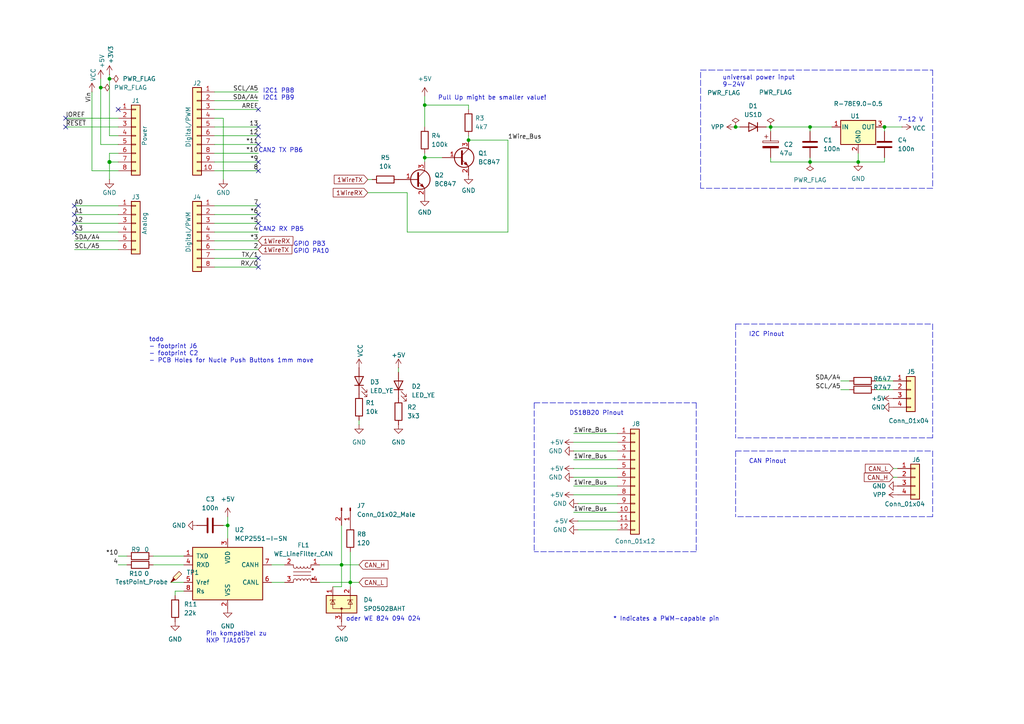
<source format=kicad_sch>
(kicad_sch (version 20231120) (generator "eeschema") (generator_version "8.0")
  (paper "A4")
  (title_block (title "DS18B20 Arduino Shield with CAN") (date "2024-01-15") (rev "v.0.1"))
  (lib_symbols
    (symbol "Connector:Conn_01x02_Male" (pin_names (offset 1.016) hide)
      (property "Reference" "J" (at 0 2.54 0))
      (property "Value" "Conn_01x02_Male" (at 0 -5.08 0))
      (symbol "Conn_01x02_Male_1_1"
        (polyline (pts (xy 1.27 -2.54) (xy 0.8636 -2.54)) (stroke (width 0.1524)))
        (polyline (pts (xy 1.27 0) (xy 0.8636 0)) (stroke (width 0.1524)))
        (rectangle (start 0.8636 -2.413) (end 0 -2.667) (stroke (width 0.1524)) (fill (type outline)))
        (rectangle (start 0.8636 0.127) (end 0 -0.127) (stroke (width 0.1524)) (fill (type outline)))
        (pin passive line (at 5.08 0 180) (length 3.81) (name "Pin_1") (number "1"))
        (pin passive line (at 5.08 -2.54 180) (length 3.81) (name "Pin_2") (number "2"))
      )
    )
    (symbol "Connector:TestPoint_Probe" (pin_numbers hide) (pin_names (offset 0.762) hide)
      (property "Reference" "TP" (at 1.651 5.842 0))
      (property "Value" "TestPoint_Probe" (at 1.651 4.064 0))
      (symbol "TestPoint_Probe_0_1"
        (polyline (pts (xy 1.27 0.762) (xy 0 0) (xy 0.762 1.27) (xy 1.27 0.762)) (fill (type outline)))
        (polyline (pts (xy 1.397 0.635) (xy 0.635 1.397) (xy 2.413 3.175) (xy 3.175 2.413) (xy 1.397 0.635)) (fill (type background)))
      )
      (symbol "TestPoint_Probe_1_1"
        (pin passive line (at 0 0 90) (length 0) (name "1") (number "1"))
      )
    )
    (symbol "Connector_Generic:Conn_01x04" (pin_names (offset 1.016) hide)
      (property "Reference" "J" (at 0 5.08 0))
      (property "Value" "Conn_01x04" (at 0 -7.62 0))
      (symbol "Conn_01x04_1_1"
        (rectangle (start -1.27 -4.953) (end 0 -5.207) (stroke (width 0.1524)))
        (rectangle (start -1.27 -2.413) (end 0 -2.667) (stroke (width 0.1524)))
        (rectangle (start -1.27 0.127) (end 0 -0.127) (stroke (width 0.1524)))
        (rectangle (start -1.27 2.667) (end 0 2.413) (stroke (width 0.1524)))
        (rectangle (start -1.27 3.81) (end 1.27 -6.35) (stroke (width 0.254)) (fill (type background)))
        (pin passive line (at -5.08 2.54 0) (length 3.81) (name "Pin_1") (number "1"))
        (pin passive line (at -5.08 0 0) (length 3.81) (name "Pin_2") (number "2"))
        (pin passive line (at -5.08 -2.54 0) (length 3.81) (name "Pin_3") (number "3"))
        (pin passive line (at -5.08 -5.08 0) (length 3.81) (name "Pin_4") (number "4"))
      )
    )
    (symbol "Connector_Generic:Conn_01x06" (pin_names (offset 1.016) hide)
      (property "Reference" "J" (at 0 7.62 0))
      (property "Value" "Conn_01x06" (at 0 -10.16 0))
      (symbol "Conn_01x06_1_1"
        (rectangle (start -1.27 -7.493) (end 0 -7.747) (stroke (width 0.1524)))
        (rectangle (start -1.27 -4.953) (end 0 -5.207) (stroke (width 0.1524)))
        (rectangle (start -1.27 -2.413) (end 0 -2.667) (stroke (width 0.1524)))
        (rectangle (start -1.27 0.127) (end 0 -0.127) (stroke (width 0.1524)))
        (rectangle (start -1.27 2.667) (end 0 2.413) (stroke (width 0.1524)))
        (rectangle (start -1.27 5.207) (end 0 4.953) (stroke (width 0.1524)))
        (rectangle (start -1.27 6.35) (end 1.27 -8.89) (stroke (width 0.254)) (fill (type background)))
        (pin passive line (at -5.08 5.08 0) (length 3.81) (name "Pin_1") (number "1"))
        (pin passive line (at -5.08 2.54 0) (length 3.81) (name "Pin_2") (number "2"))
        (pin passive line (at -5.08 0 0) (length 3.81) (name "Pin_3") (number "3"))
        (pin passive line (at -5.08 -2.54 0) (length 3.81) (name "Pin_4") (number "4"))
        (pin passive line (at -5.08 -5.08 0) (length 3.81) (name "Pin_5") (number "5"))
        (pin passive line (at -5.08 -7.62 0) (length 3.81) (name "Pin_6") (number "6"))
      )
    )
    (symbol "Connector_Generic:Conn_01x08" (pin_names (offset 1.016) hide)
      (property "Reference" "J" (at 0 10.16 0))
      (property "Value" "Conn_01x08" (at 0 -12.7 0))
      (symbol "Conn_01x08_1_1"
        (rectangle (start -1.27 -10.033) (end 0 -10.287) (stroke (width 0.1524)))
        (rectangle (start -1.27 -7.493) (end 0 -7.747) (stroke (width 0.1524)))
        (rectangle (start -1.27 -4.953) (end 0 -5.207) (stroke (width 0.1524)))
        (rectangle (start -1.27 -2.413) (end 0 -2.667) (stroke (width 0.1524)))
        (rectangle (start -1.27 0.127) (end 0 -0.127) (stroke (width 0.1524)))
        (rectangle (start -1.27 2.667) (end 0 2.413) (stroke (width 0.1524)))
        (rectangle (start -1.27 5.207) (end 0 4.953) (stroke (width 0.1524)))
        (rectangle (start -1.27 7.747) (end 0 7.493) (stroke (width 0.1524)))
        (rectangle (start -1.27 8.89) (end 1.27 -11.43) (stroke (width 0.254)) (fill (type background)))
        (pin passive line (at -5.08 7.62 0) (length 3.81) (name "Pin_1") (number "1"))
        (pin passive line (at -5.08 5.08 0) (length 3.81) (name "Pin_2") (number "2"))
        (pin passive line (at -5.08 2.54 0) (length 3.81) (name "Pin_3") (number "3"))
        (pin passive line (at -5.08 0 0) (length 3.81) (name "Pin_4") (number "4"))
        (pin passive line (at -5.08 -2.54 0) (length 3.81) (name "Pin_5") (number "5"))
        (pin passive line (at -5.08 -5.08 0) (length 3.81) (name "Pin_6") (number "6"))
        (pin passive line (at -5.08 -7.62 0) (length 3.81) (name "Pin_7") (number "7"))
        (pin passive line (at -5.08 -10.16 0) (length 3.81) (name "Pin_8") (number "8"))
      )
    )
    (symbol "Connector_Generic:Conn_01x10" (pin_names (offset 1.016) hide)
      (property "Reference" "J" (at 0 12.7 0))
      (property "Value" "Conn_01x10" (at 0 -15.24 0))
      (symbol "Conn_01x10_1_1"
        (rectangle (start -1.27 -12.573) (end 0 -12.827) (stroke (width 0.1524)))
        (rectangle (start -1.27 -10.033) (end 0 -10.287) (stroke (width 0.1524)))
        (rectangle (start -1.27 -7.493) (end 0 -7.747) (stroke (width 0.1524)))
        (rectangle (start -1.27 -4.953) (end 0 -5.207) (stroke (width 0.1524)))
        (rectangle (start -1.27 -2.413) (end 0 -2.667) (stroke (width 0.1524)))
        (rectangle (start -1.27 0.127) (end 0 -0.127) (stroke (width 0.1524)))
        (rectangle (start -1.27 2.667) (end 0 2.413) (stroke (width 0.1524)))
        (rectangle (start -1.27 5.207) (end 0 4.953) (stroke (width 0.1524)))
        (rectangle (start -1.27 7.747) (end 0 7.493) (stroke (width 0.1524)))
        (rectangle (start -1.27 10.287) (end 0 10.033) (stroke (width 0.1524)))
        (rectangle (start -1.27 11.43) (end 1.27 -13.97) (stroke (width 0.254)) (fill (type background)))
        (pin passive line (at -5.08 10.16 0) (length 3.81) (name "Pin_1") (number "1"))
        (pin passive line (at -5.08 -12.7 0) (length 3.81) (name "Pin_10") (number "10"))
        (pin passive line (at -5.08 7.62 0) (length 3.81) (name "Pin_2") (number "2"))
        (pin passive line (at -5.08 5.08 0) (length 3.81) (name "Pin_3") (number "3"))
        (pin passive line (at -5.08 2.54 0) (length 3.81) (name "Pin_4") (number "4"))
        (pin passive line (at -5.08 0 0) (length 3.81) (name "Pin_5") (number "5"))
        (pin passive line (at -5.08 -2.54 0) (length 3.81) (name "Pin_6") (number "6"))
        (pin passive line (at -5.08 -5.08 0) (length 3.81) (name "Pin_7") (number "7"))
        (pin passive line (at -5.08 -7.62 0) (length 3.81) (name "Pin_8") (number "8"))
        (pin passive line (at -5.08 -10.16 0) (length 3.81) (name "Pin_9") (number "9"))
      )
    )
    (symbol "Connector_Generic:Conn_01x12" (pin_names (offset 1.016) hide)
      (property "Reference" "J" (at 0 15.24 0))
      (property "Value" "Conn_01x12" (at 0 -17.78 0))
      (symbol "Conn_01x12_1_1"
        (rectangle (start -1.27 -15.113) (end 0 -15.367) (stroke (width 0.1524)))
        (rectangle (start -1.27 -12.573) (end 0 -12.827) (stroke (width 0.1524)))
        (rectangle (start -1.27 -10.033) (end 0 -10.287) (stroke (width 0.1524)))
        (rectangle (start -1.27 -7.493) (end 0 -7.747) (stroke (width 0.1524)))
        (rectangle (start -1.27 -4.953) (end 0 -5.207) (stroke (width 0.1524)))
        (rectangle (start -1.27 -2.413) (end 0 -2.667) (stroke (width 0.1524)))
        (rectangle (start -1.27 0.127) (end 0 -0.127) (stroke (width 0.1524)))
        (rectangle (start -1.27 2.667) (end 0 2.413) (stroke (width 0.1524)))
        (rectangle (start -1.27 5.207) (end 0 4.953) (stroke (width 0.1524)))
        (rectangle (start -1.27 7.747) (end 0 7.493) (stroke (width 0.1524)))
        (rectangle (start -1.27 10.287) (end 0 10.033) (stroke (width 0.1524)))
        (rectangle (start -1.27 12.827) (end 0 12.573) (stroke (width 0.1524)))
        (rectangle (start -1.27 13.97) (end 1.27 -16.51) (stroke (width 0.254)) (fill (type background)))
        (pin passive line (at -5.08 12.7 0) (length 3.81) (name "Pin_1") (number "1"))
        (pin passive line (at -5.08 -10.16 0) (length 3.81) (name "Pin_10") (number "10"))
        (pin passive line (at -5.08 -12.7 0) (length 3.81) (name "Pin_11") (number "11"))
        (pin passive line (at -5.08 -15.24 0) (length 3.81) (name "Pin_12") (number "12"))
        (pin passive line (at -5.08 10.16 0) (length 3.81) (name "Pin_2") (number "2"))
        (pin passive line (at -5.08 7.62 0) (length 3.81) (name "Pin_3") (number "3"))
        (pin passive line (at -5.08 5.08 0) (length 3.81) (name "Pin_4") (number "4"))
        (pin passive line (at -5.08 2.54 0) (length 3.81) (name "Pin_5") (number "5"))
        (pin passive line (at -5.08 0 0) (length 3.81) (name "Pin_6") (number "6"))
        (pin passive line (at -5.08 -2.54 0) (length 3.81) (name "Pin_7") (number "7"))
        (pin passive line (at -5.08 -5.08 0) (length 3.81) (name "Pin_8") (number "8"))
        (pin passive line (at -5.08 -7.62 0) (length 3.81) (name "Pin_9") (number "9"))
      )
    )
    (symbol "Device:C" (pin_numbers hide) (pin_names (offset 0.254))
      (property "Reference" "C" (at 0.635 2.54 0))
      (property "Value" "C" (at 0.635 -2.54 0))
      (symbol "C_0_1"
        (polyline (pts (xy -2.032 -0.762) (xy 2.032 -0.762)) (stroke (width 0.508)))
        (polyline (pts (xy -2.032 0.762) (xy 2.032 0.762)) (stroke (width 0.508)))
      )
      (symbol "C_1_1"
        (pin passive line (at 0 3.81 270) (length 2.794) (name "~") (number "1"))
        (pin passive line (at 0 -3.81 90) (length 2.794) (name "~") (number "2"))
      )
    )
    (symbol "Device:C_Polarized" (pin_numbers hide) (pin_names (offset 0.254))
      (property "Reference" "C" (at 0.635 2.54 0))
      (property "Value" "C_Polarized" (at 0.635 -2.54 0))
      (symbol "C_Polarized_0_1"
        (rectangle (start -2.286 0.508) (end 2.286 1.016))
        (polyline (pts (xy -1.778 2.286) (xy -0.762 2.286)))
        (polyline (pts (xy -1.27 2.794) (xy -1.27 1.778)))
        (rectangle (start 2.286 -0.508) (end -2.286 -1.016) (fill (type outline)))
      )
      (symbol "C_Polarized_1_1"
        (pin passive line (at 0 3.81 270) (length 2.794) (name "~") (number "1"))
        (pin passive line (at 0 -3.81 90) (length 2.794) (name "~") (number "2"))
      )
    )
    (symbol "Device:LED" (pin_numbers hide) (pin_names (offset 1.016) hide)
      (property "Reference" "D" (at 0 2.54 0))
      (property "Value" "LED" (at 0 -2.54 0))
      (symbol "LED_0_1"
        (polyline (pts (xy -1.27 -1.27) (xy -1.27 1.27)) (stroke (width 0.254)))
        (polyline (pts (xy -1.27 0) (xy 1.27 0)))
        (polyline (pts (xy 1.27 -1.27) (xy 1.27 1.27) (xy -1.27 0) (xy 1.27 -1.27)) (stroke (width 0.254)))
        (polyline (pts (xy -3.048 -0.762) (xy -4.572 -2.286) (xy -3.81 -2.286) (xy -4.572 -2.286) (xy -4.572 -1.524)))
        (polyline (pts (xy -1.778 -0.762) (xy -3.302 -2.286) (xy -2.54 -2.286) (xy -3.302 -2.286) (xy -3.302 -1.524)))
      )
      (symbol "LED_1_1"
        (pin passive line (at -3.81 0 0) (length 2.54) (name "K") (number "1"))
        (pin passive line (at 3.81 0 180) (length 2.54) (name "A") (number "2"))
      )
    )
    (symbol "Device:R" (pin_numbers hide) (pin_names (offset 0))
      (property "Reference" "R" (at 2.032 0 90))
      (property "Value" "R" (at 0 0 90))
      (symbol "R_0_1"
        (rectangle (start -1.016 -2.54) (end 1.016 2.54) (stroke (width 0.254)))
      )
      (symbol "R_1_1"
        (pin passive line (at 0 3.81 270) (length 1.27) (name "~") (number "1"))
        (pin passive line (at 0 -3.81 90) (length 1.27) (name "~") (number "2"))
      )
    )
    (symbol "Diode:US1D" (pin_numbers hide) (pin_names hide)
      (property "Reference" "D" (at 0 2.54 0))
      (property "Value" "US1D" (at 0 -2.54 0))
      (symbol "US1D_0_1"
        (polyline (pts (xy -1.27 1.27) (xy -1.27 -1.27)) (stroke (width 0.254)))
        (polyline (pts (xy 1.27 0) (xy -1.27 0)))
        (polyline (pts (xy 1.27 1.27) (xy 1.27 -1.27) (xy -1.27 0) (xy 1.27 1.27)) (stroke (width 0.254)))
      )
      (symbol "US1D_1_1"
        (pin passive line (at -3.81 0 0) (length 2.54) (name "K") (number "1"))
        (pin passive line (at 3.81 0 180) (length 2.54) (name "A") (number "2"))
      )
    )
    (symbol "Interface_CAN_LIN:MCP2551-I-SN" (pin_names (offset 1.016))
      (property "Reference" "U" (at -10.16 8.89 0))
      (property "Value" "MCP2551-I-SN" (at 2.54 8.89 0))
      (symbol "MCP2551-I-SN_0_1"
        (rectangle (start -10.16 7.62) (end 10.16 -7.62) (stroke (width 0.254)) (fill (type background)))
      )
      (symbol "MCP2551-I-SN_1_1"
        (pin input line (at -12.7 5.08 0) (length 2.54) (name "TXD") (number "1"))
        (pin power_in line (at 0 -10.16 90) (length 2.54) (name "VSS") (number "2"))
        (pin power_in line (at 0 10.16 270) (length 2.54) (name "VDD") (number "3"))
        (pin output line (at -12.7 2.54 0) (length 2.54) (name "RXD") (number "4"))
        (pin power_out line (at -12.7 -2.54 0) (length 2.54) (name "Vref") (number "5"))
        (pin bidirectional line (at 12.7 -2.54 180) (length 2.54) (name "CANL") (number "6"))
        (pin bidirectional line (at 12.7 2.54 180) (length 2.54) (name "CANH") (number "7"))
        (pin input line (at -12.7 -5.08 0) (length 2.54) (name "Rs") (number "8"))
      )
    )
    (symbol "Power_Protection:SP0502BAHT" (pin_names hide)
      (property "Reference" "D" (at 5.715 2.54 0))
      (property "Value" "SP0502BAHT" (at 5.715 0.635 0))
      (symbol "SP0502BAHT_0_0"
        (pin passive line (at 0 -5.08 90) (length 2.54) (name "A") (number "3"))
      )
      (symbol "SP0502BAHT_0_1"
        (rectangle (start -4.445 2.54) (end 4.445 -2.54) (stroke (width 0.254)) (fill (type background)))
        (circle (center 0 -1.27) (radius 0.254) (fill (type outline)))
        (polyline (pts (xy -2.54 2.54) (xy -2.54 1.27)))
        (polyline (pts (xy 0 -1.27) (xy 0 -2.54)))
        (polyline (pts (xy 2.54 2.54) (xy 2.54 1.27)))
        (polyline (pts (xy -3.302 1.016) (xy -3.302 1.27) (xy -1.905 1.27) (xy -1.778 1.27)))
        (polyline (pts (xy -2.54 1.27) (xy -2.54 -1.27) (xy 2.54 -1.27) (xy 2.54 1.27)))
        (polyline (pts (xy -2.54 1.27) (xy -1.905 0) (xy -3.175 0) (xy -2.54 1.27)))
        (polyline (pts (xy 1.778 1.016) (xy 1.778 1.27) (xy 3.175 1.27) (xy 3.302 1.27)))
        (polyline (pts (xy 2.54 1.27) (xy 1.905 0) (xy 3.175 0) (xy 2.54 1.27)))
      )
      (symbol "SP0502BAHT_1_1"
        (pin passive line (at -2.54 5.08 270) (length 2.54) (name "K") (number "1"))
        (pin passive line (at 2.54 5.08 270) (length 2.54) (name "K") (number "2"))
      )
    )
    (symbol "Regulator_Switching:R-78E9.0-0.5" (pin_names (offset 0.254))
      (property "Reference" "U" (at -3.81 3.175 0))
      (property "Value" "R-78E9.0-0.5" (at 0 3.175 0))
      (symbol "R-78E9.0-0.5_0_1"
        (rectangle (start -5.08 1.905) (end 5.08 -5.08) (stroke (width 0.254)) (fill (type background)))
      )
      (symbol "R-78E9.0-0.5_1_1"
        (pin power_in line (at -7.62 0 0) (length 2.54) (name "IN") (number "1"))
        (pin power_in line (at 0 -7.62 90) (length 2.54) (name "GND") (number "2"))
        (pin power_out line (at 7.62 0 180) (length 2.54) (name "OUT") (number "3"))
      )
    )
    (symbol "Transistor_BJT:BC847" (pin_names (offset 0) hide)
      (property "Reference" "Q" (at 5.08 1.905 0))
      (property "Value" "BC847" (at 5.08 0 0))
      (symbol "BC847_0_1"
        (polyline (pts (xy 0.635 0.635) (xy 2.54 2.54)))
        (polyline (pts (xy 0.635 -0.635) (xy 2.54 -2.54) (xy 2.54 -2.54)))
        (polyline (pts (xy 0.635 1.905) (xy 0.635 -1.905) (xy 0.635 -1.905)) (stroke (width 0.508)))
        (polyline (pts (xy 1.27 -1.778) (xy 1.778 -1.27) (xy 2.286 -2.286) (xy 1.27 -1.778) (xy 1.27 -1.778)) (fill (type outline)))
        (circle (center 1.27 0) (radius 2.8194) (stroke (width 0.254)))
      )
      (symbol "BC847_1_1"
        (pin input line (at -5.08 0 0) (length 5.715) (name "B") (number "1"))
        (pin passive line (at 2.54 -5.08 90) (length 2.54) (name "E") (number "2"))
        (pin passive line (at 2.54 5.08 270) (length 2.54) (name "C") (number "3"))
      )
    )
    (symbol "WE_LineFilter:WE_LineFilter_CAN" (pin_names hide)
      (property "Reference" "FL" (at 0 4.445 0))
      (property "Value" "WE_LineFilter_CAN" (at 0 -4.445 0))
      (symbol "WE_LineFilter_CAN_0_1"
        (circle (center -3.048 -1.27) (radius 0.254) (fill (type outline)))
        (circle (center -3.048 1.524) (radius 0.254) (fill (type outline)))
        (arc (start -2.54 2.032) (mid -2.032 1.5262) (end -1.524 2.032))
        (arc (start -1.524 -2.032) (mid -2.032 -1.5262) (end -2.54 -2.032))
        (arc (start -1.524 2.032) (mid -1.016 1.5262) (end -0.508 2.032))
        (arc (start -0.508 -2.032) (mid -1.016 -1.5262) (end -1.524 -2.032))
        (arc (start -0.508 2.032) (mid 0 1.5262) (end 0.508 2.032))
        (polyline (pts (xy -2.54 -2.032) (xy -2.54 -2.54)))
        (polyline (pts (xy -2.54 0.508) (xy 2.54 0.508)))
        (polyline (pts (xy -2.54 2.032) (xy -2.54 2.54)))
        (polyline (pts (xy 2.54 -2.032) (xy 2.54 -2.54)))
        (polyline (pts (xy 2.54 -0.508) (xy -2.54 -0.508)))
        (polyline (pts (xy 2.54 2.54) (xy 2.54 2.032)))
        (arc (start 0.508 -2.032) (mid 0 -1.5262) (end -0.508 -2.032))
        (arc (start 0.508 2.032) (mid 1.016 1.5262) (end 1.524 2.032))
        (arc (start 1.524 -2.032) (mid 1.016 -1.5262) (end 0.508 -2.032))
        (arc (start 1.524 2.032) (mid 2.032 1.5262) (end 2.54 2.032))
        (arc (start 2.54 -2.032) (mid 2.032 -1.5262) (end 1.524 -2.032))
      )
      (symbol "WE_LineFilter_CAN_1_1"
        (pin passive line (at -5.08 -2.54 0) (length 2.54) (name "1") (number "1"))
        (pin passive line (at 5.08 -2.54 180) (length 2.54) (name "2") (number "2"))
        (pin passive line (at 5.08 2.54 180) (length 2.54) (name "3") (number "3"))
        (pin passive line (at -5.08 2.54 0) (length 2.54) (name "4") (number "4"))
      )
    )
    (symbol "power:+3V3" (power) (pin_numbers hide) (pin_names (offset 0) hide)
      (property "Value" "+3V3" (at 0 3.556 0))
      (symbol "+3V3_0_1"
        (polyline (pts (xy -0.762 1.27) (xy 0 2.54)))
        (polyline (pts (xy 0 0) (xy 0 2.54)))
        (polyline (pts (xy 0 2.54) (xy 0.762 1.27)))
      )
      (symbol "+3V3_1_1"
        (pin power_in line (at 0 0 90) (length 0) (name "~") (number "1"))
      )
    )
    (symbol "power:+5V" (power) (pin_numbers hide) (pin_names (offset 0) hide)
      (property "Value" "+5V" (at 0 3.556 0))
      (symbol "+5V_0_1"
        (polyline (pts (xy -0.762 1.27) (xy 0 2.54)))
        (polyline (pts (xy 0 0) (xy 0 2.54)))
        (polyline (pts (xy 0 2.54) (xy 0.762 1.27)))
      )
      (symbol "+5V_1_1"
        (pin power_in line (at 0 0 90) (length 0) (name "~") (number "1"))
      )
    )
    (symbol "power:GND" (power) (pin_numbers hide) (pin_names (offset 0) hide)
      (property "Value" "GND" (at 0 -3.81 0))
      (symbol "GND_0_1"
        (polyline (pts (xy 0 0) (xy 0 -1.27) (xy 1.27 -1.27) (xy 0 -2.54) (xy -1.27 -1.27) (xy 0 -1.27)))
      )
      (symbol "GND_1_1"
        (pin power_in line (at 0 0 270) (length 0) (name "~") (number "1"))
      )
    )
    (symbol "power:PWR_FLAG" (power) (pin_numbers hide) (pin_names (offset 0) hide)
      (property "Value" "PWR_FLAG" (at 0 3.81 0))
      (symbol "PWR_FLAG_0_0"
        (pin power_out line (at 0 0 90) (length 0) (name "~") (number "1"))
      )
      (symbol "PWR_FLAG_0_1"
        (polyline (pts (xy 0 0) (xy 0 1.27) (xy -1.016 1.905) (xy 0 2.54) (xy 1.016 1.905) (xy 0 1.27)))
      )
    )
    (symbol "power:VCC" (power) (pin_numbers hide) (pin_names (offset 0) hide)
      (property "Value" "VCC" (at 0 3.556 0))
      (symbol "VCC_0_1"
        (polyline (pts (xy -0.762 1.27) (xy 0 2.54)))
        (polyline (pts (xy 0 0) (xy 0 2.54)))
        (polyline (pts (xy 0 2.54) (xy 0.762 1.27)))
      )
      (symbol "VCC_1_1"
        (pin power_in line (at 0 0 90) (length 0) (name "~") (number "1"))
      )
    )
    (symbol "power:VPP" (power) (pin_numbers hide) (pin_names (offset 0) hide)
      (property "Value" "VPP" (at 0 3.556 0))
      (symbol "VPP_0_1"
        (polyline (pts (xy -0.762 1.27) (xy 0 2.54)))
        (polyline (pts (xy 0 0) (xy 0 2.54)))
        (polyline (pts (xy 0 2.54) (xy 0.762 1.27)))
      )
      (symbol "VPP_1_1"
        (pin power_in line (at 0 0 90) (length 0) (name "~") (number "1"))
      )
    )
  )
  (junction (at 123.19 30.48))
  (junction (at 213.36 36.83))
  (junction (at 234.95 36.83))
  (junction (at 31.75 46.99) (diameter 1.016))
  (junction (at 66.04 152.4))
  (junction (at 123.19 45.72))
  (junction (at 101.6 168.91))
  (junction (at 29.21 25.4))
  (junction (at 99.06 163.83))
  (junction (at 31.75 22.86))
  (junction (at 223.52 36.83))
  (junction (at 234.95 46.99))
  (junction (at 256.54 36.83))
  (junction (at 135.89 40.64))
  (junction (at 248.92 46.99))
  (no_connect (at 74.93 64.77))
  (no_connect (at 74.93 36.83))
  (no_connect (at 19.05 34.29))
  (no_connect (at 19.05 36.83))
  (no_connect (at 74.93 46.99))
  (no_connect (at 74.93 49.53))
  (no_connect (at 74.93 31.75))
  (no_connect (at 74.93 74.93))
  (no_connect (at 74.93 41.91))
  (no_connect (at 74.93 62.23))
  (no_connect (at 74.93 39.37))
  (no_connect (at 21.59 67.31))
  (no_connect (at 21.59 59.69))
  (no_connect (at 21.59 62.23))
  (no_connect (at 34.29 31.75))
  (no_connect (at 21.59 64.77))
  (no_connect (at 74.93 59.69))
  (no_connect (at 74.93 77.47))
  (wire (pts (xy 62.23 77.47) (xy 74.93 77.47)))
  (wire (pts (xy 167.64 146.05) (xy 179.07 146.05)))
  (wire (pts (xy 166.37 128.27) (xy 179.07 128.27)))
  (wire (pts (xy 259.08 138.43) (xy 260.35 138.43)))
  (wire (pts (xy 49.53 168.91) (xy 53.34 168.91)))
  (wire (pts (xy 62.23 44.45) (xy 74.93 44.45)))
  (wire (pts (xy 234.95 36.83) (xy 234.95 38.1)))
  (wire (pts (xy 62.23 26.67) (xy 74.93 26.67)))
  (polyline (pts (xy 270.51 54.61) (xy 203.2 54.61)) (stroke (width 0) (type dash)))
  (wire (pts (xy 31.75 22.86) (xy 31.75 39.37)))
  (polyline (pts (xy 213.36 130.81) (xy 213.36 149.86)) (stroke (width 0) (type dash)))
  (wire (pts (xy 101.6 160.02) (xy 101.6 168.91)))
  (wire (pts (xy 31.75 44.45) (xy 31.75 46.99)))
  (wire (pts (xy 223.52 46.99) (xy 234.95 46.99)))
  (wire (pts (xy 21.59 72.39) (xy 34.29 72.39)))
  (wire (pts (xy 256.54 45.72) (xy 256.54 46.99)))
  (wire (pts (xy 123.19 27.94) (xy 123.19 30.48)))
  (polyline (pts (xy 213.36 127) (xy 213.36 127)) (stroke (width 0) (type dash)))
  (wire (pts (xy 31.75 46.99) (xy 31.75 52.07)))
  (wire (pts (xy 31.75 39.37) (xy 34.29 39.37)))
  (wire (pts (xy 167.64 151.13) (xy 179.07 151.13)))
  (wire (pts (xy 234.95 36.83) (xy 241.3 36.83)))
  (wire (pts (xy 99.06 152.4) (xy 99.06 163.83)))
  (wire (pts (xy 29.21 41.91) (xy 34.29 41.91)))
  (wire (pts (xy 29.21 22.86) (xy 29.21 25.4)))
  (polyline (pts (xy 270.51 20.32) (xy 270.51 54.61)) (stroke (width 0) (type dash)))
  (wire (pts (xy 166.37 138.43) (xy 179.07 138.43)))
  (wire (pts (xy 62.23 36.83) (xy 74.93 36.83)))
  (wire (pts (xy 234.95 46.99) (xy 248.92 46.99)))
  (wire (pts (xy 31.75 21.59) (xy 31.75 22.86)))
  (wire (pts (xy 62.23 59.69) (xy 74.93 59.69)))
  (wire (pts (xy 101.6 168.91) (xy 104.14 168.91)))
  (wire (pts (xy 34.29 59.69) (xy 21.59 59.69)))
  (wire (pts (xy 62.23 39.37) (xy 74.93 39.37)))
  (wire (pts (xy 62.23 62.23) (xy 74.93 62.23)))
  (wire (pts (xy 234.95 45.72) (xy 234.95 46.99)))
  (wire (pts (xy 64.77 152.4) (xy 66.04 152.4)))
  (wire (pts (xy 166.37 135.89) (xy 179.07 135.89)))
  (polyline (pts (xy 154.94 116.84) (xy 201.93 116.84)) (stroke (width 0) (type dash)))
  (wire (pts (xy 248.92 44.45) (xy 248.92 46.99)))
  (polyline (pts (xy 154.94 116.84) (xy 154.94 160.02)) (stroke (width 0) (type dash)))
  (wire (pts (xy 243.84 110.49) (xy 246.38 110.49)))
  (wire (pts (xy 261.62 36.83) (xy 256.54 36.83)))
  (wire (pts (xy 118.11 67.31) (xy 147.32 67.31)))
  (wire (pts (xy 62.23 46.99) (xy 74.93 46.99)))
  (wire (pts (xy 123.19 30.48) (xy 123.19 36.83)))
  (wire (pts (xy 166.37 143.51) (xy 179.07 143.51)))
  (polyline (pts (xy 270.51 93.98) (xy 270.51 127)) (stroke (width 0) (type dash)))
  (wire (pts (xy 62.23 67.31) (xy 74.93 67.31)))
  (wire (pts (xy 254 110.49) (xy 259.08 110.49)))
  (wire (pts (xy 135.89 31.75) (xy 135.89 30.48)))
  (polyline (pts (xy 201.93 116.84) (xy 201.93 160.02)) (stroke (width 0) (type dash)))
  (wire (pts (xy 29.21 25.4) (xy 29.21 41.91)))
  (wire (pts (xy 222.25 36.83) (xy 223.52 36.83)))
  (wire (pts (xy 254 113.03) (xy 259.08 113.03)))
  (polyline (pts (xy 201.93 160.02) (xy 154.94 160.02)) (stroke (width 0) (type dash)))
  (wire (pts (xy 19.05 34.29) (xy 34.29 34.29)))
  (polyline (pts (xy 213.36 130.81) (xy 270.51 130.81)) (stroke (width 0) (type dash)))
  (wire (pts (xy 78.74 163.83) (xy 82.55 163.83)))
  (wire (pts (xy 34.29 161.29) (xy 36.83 161.29)))
  (wire (pts (xy 64.77 34.29) (xy 64.77 52.07)))
  (wire (pts (xy 167.64 153.67) (xy 179.07 153.67)))
  (wire (pts (xy 92.71 163.83) (xy 99.06 163.83)))
  (wire (pts (xy 62.23 31.75) (xy 74.93 31.75)))
  (wire (pts (xy 166.37 130.81) (xy 179.07 130.81)))
  (wire (pts (xy 92.71 168.91) (xy 101.6 168.91)))
  (wire (pts (xy 34.29 64.77) (xy 21.59 64.77)))
  (wire (pts (xy 19.05 36.83) (xy 34.29 36.83)))
  (wire (pts (xy 256.54 36.83) (xy 256.54 38.1)))
  (wire (pts (xy 34.29 46.99) (xy 31.75 46.99)))
  (wire (pts (xy 166.37 133.35) (xy 179.07 133.35)))
  (wire (pts (xy 96.52 170.18) (xy 99.06 170.18)))
  (wire (pts (xy 34.29 163.83) (xy 36.83 163.83)))
  (wire (pts (xy 123.19 30.48) (xy 135.89 30.48)))
  (wire (pts (xy 66.04 152.4) (xy 66.04 156.21)))
  (wire (pts (xy 223.52 46.99) (xy 223.52 45.72)))
  (wire (pts (xy 44.45 163.83) (xy 53.34 163.83)))
  (wire (pts (xy 34.29 49.53) (xy 26.67 49.53)))
  (polyline (pts (xy 203.2 20.32) (xy 205.74 20.32)) (stroke (width 0) (type dash)))
  (wire (pts (xy 213.36 36.83) (xy 214.63 36.83)))
  (wire (pts (xy 21.59 62.23) (xy 34.29 62.23)))
  (wire (pts (xy 123.19 45.72) (xy 123.19 46.99)))
  (wire (pts (xy 135.89 40.64) (xy 147.32 40.64)))
  (wire (pts (xy 259.08 135.89) (xy 260.35 135.89)))
  (wire (pts (xy 166.37 148.59) (xy 179.07 148.59)))
  (wire (pts (xy 99.06 163.83) (xy 104.14 163.83)))
  (wire (pts (xy 243.84 113.03) (xy 246.38 113.03)))
  (polyline (pts (xy 203.2 54.61) (xy 203.2 20.32)) (stroke (width 0) (type dash)))
  (wire (pts (xy 62.23 34.29) (xy 64.77 34.29)))
  (wire (pts (xy 34.29 44.45) (xy 31.75 44.45)))
  (wire (pts (xy 62.23 41.91) (xy 74.93 41.91)))
  (polyline (pts (xy 205.74 20.32) (xy 270.51 20.32)) (stroke (width 0) (type dash)))
  (wire (pts (xy 223.52 36.83) (xy 223.52 38.1)))
  (wire (pts (xy 62.23 64.77) (xy 74.93 64.77)))
  (wire (pts (xy 104.14 123.19) (xy 104.14 121.92)))
  (wire (pts (xy 21.59 67.31) (xy 34.29 67.31)))
  (wire (pts (xy 128.27 45.72) (xy 123.19 45.72)))
  (wire (pts (xy 115.57 106.68) (xy 115.57 107.95)))
  (wire (pts (xy 166.37 140.97) (xy 179.07 140.97)))
  (polyline (pts (xy 270.51 149.86) (xy 213.36 149.86)) (stroke (width 0) (type dash)))
  (polyline (pts (xy 270.51 127) (xy 213.36 127)) (stroke (width 0) (type dash)))
  (wire (pts (xy 106.68 55.88) (xy 118.11 55.88)))
  (wire (pts (xy 118.11 55.88) (xy 118.11 67.31)))
  (wire (pts (xy 66.04 149.86) (xy 66.04 152.4)))
  (wire (pts (xy 123.19 44.45) (xy 123.19 45.72)))
  (polyline (pts (xy 213.36 93.98) (xy 213.36 127)) (stroke (width 0) (type dash)))
  (wire (pts (xy 62.23 29.21) (xy 74.93 29.21)))
  (wire (pts (xy 62.23 72.39) (xy 74.93 72.39)))
  (wire (pts (xy 62.23 69.85) (xy 74.93 69.85)))
  (wire (pts (xy 101.6 170.18) (xy 101.6 168.91)))
  (wire (pts (xy 50.8 171.45) (xy 53.34 171.45)))
  (wire (pts (xy 50.8 172.72) (xy 50.8 171.45)))
  (polyline (pts (xy 270.51 130.81) (xy 270.51 149.86)) (stroke (width 0) (type dash)))
  (wire (pts (xy 78.74 168.91) (xy 82.55 168.91)))
  (wire (pts (xy 147.32 67.31) (xy 147.32 40.64)))
  (wire (pts (xy 44.45 161.29) (xy 53.34 161.29)))
  (wire (pts (xy 248.92 46.99) (xy 256.54 46.99)))
  (wire (pts (xy 99.06 170.18) (xy 99.06 163.83)))
  (wire (pts (xy 62.23 74.93) (xy 74.93 74.93)))
  (wire (pts (xy 26.67 26.67) (xy 26.67 49.53)))
  (wire (pts (xy 106.68 52.07) (xy 107.95 52.07)))
  (wire (pts (xy 34.29 69.85) (xy 21.59 69.85)))
  (wire (pts (xy 135.89 39.37) (xy 135.89 40.64)))
  (polyline (pts (xy 213.36 93.98) (xy 270.51 93.98)) (stroke (width 0) (type dash)))
  (wire (pts (xy 166.37 125.73) (xy 179.07 125.73)))
  (wire (pts (xy 223.52 36.83) (xy 234.95 36.83)))
  (wire (pts (xy 62.23 49.53) (xy 74.93 49.53)))
  (text "Pin kompatibel zu\nNXP TJA1057" (at 59.69 186.69 0) (effects (font (size 1.27 1.27)) (justify left bottom)))
  (text "I2C1 PB8\nI2C1 PB9" (at 76.2 29.21 0) (effects (font (size 1.27 1.27)) (justify left bottom)))
  (text "7-12 V" (at 260.35 35.56 0) (effects (font (size 1.27 1.27)) (justify left bottom)))
  (text "CAN Pinout" (at 217.17 134.62 0) (effects (font (size 1.27 1.27)) (justify left bottom)))
  (text "CAN2 RX PB5 " (at 74.93 67.31 0) (effects (font (size 1.27 1.27)) (justify left bottom)))
  (text "Pull Up might be smaller value!" (at 127 29.21 0) (effects (font (size 1.27 1.27)) (justify left bottom)))
  (text "GPIO PB3\nGPIO PA10" (at 85.09 73.66 0) (effects (font (size 1.27 1.27)) (justify left bottom)))
  (text "CAN2 TX PB6 " (at 74.93 44.45 0) (effects (font (size 1.27 1.27)) (justify left bottom)))
  (text "todo\n- footprint J6\n- footprint C2\n- PCB Holes for Nucle Push Buttons 1mm move" (at 43.18 105.41 0) (effects (font (size 1.27 1.27)) (justify left bottom)))
  (text "I2C Pinout" (at 217.17 97.79 0) (effects (font (size 1.27 1.27)) (justify left bottom)))
  (text "oder WE 824 094 024" (at 100.33 180.34 0) (effects (font (size 1.27 1.27)) (justify left bottom)))
  (text "* Indicates a PWM-capable pin" (at 177.8 180.34 0) (effects (font (size 1.27 1.27)) (justify left bottom)))
  (text "DS18B20 Pinout" (at 165.1 120.65 0) (effects (font (size 1.27 1.27)) (justify left bottom)))
  (text "universal power input\n9-24V" (at 209.55 25.4 0) (effects (font (size 1.27 1.27)) (justify left bottom)))
  (label "RX{slash}0" (at 74.93 77.47 180))
  (label "1Wire_Bus" (at 147.32 40.64 0))
  (label "A2" (at 21.59 64.77 0))
  (label "4" (at 74.93 67.31 180))
  (label "4" (at 34.29 163.83 180))
  (label "1Wire_Bus" (at 166.37 125.73 0))
  (label "2" (at 74.93 72.39 180))
  (label "A3" (at 21.59 67.31 0))
  (label "13" (at 74.93 36.83 180))
  (label "1Wire_Bus" (at 166.37 140.97 0))
  (label "12" (at 74.93 39.37 180))
  (label "SDA{slash}A4" (at 243.84 110.49 180))
  (label "~{RESET}" (at 19.05 36.83 0))
  (label "*10" (at 74.93 44.45 180))
  (label "SCL{slash}A5" (at 243.84 113.03 180))
  (label "1Wire_Bus" (at 166.37 148.59 0))
  (label "7" (at 74.93 59.69 180))
  (label "1Wire_Bus" (at 166.37 133.35 0))
  (label "SDA{slash}A4" (at 74.93 29.21 180))
  (label "8" (at 74.93 49.53 180))
  (label "*11" (at 74.93 41.91 180))
  (label "*3" (at 74.93 69.85 180))
  (label "A1" (at 21.59 62.23 0))
  (label "TX{slash}1" (at 74.93 74.93 180))
  (label "A0" (at 21.59 59.69 0))
  (label "AREF" (at 74.93 31.75 180))
  (label "Vin" (at 26.67 26.67 270))
  (label "*6" (at 74.93 62.23 180))
  (label "SCL{slash}A5" (at 74.93 26.67 180))
  (label "*9" (at 74.93 46.99 180))
  (label "*10" (at 34.29 161.29 180))
  (label "*5" (at 74.93 64.77 180))
  (label "IOREF" (at 19.05 34.29 0))
  (label "SDA{slash}A4" (at 21.59 69.85 0))
  (label "SCL{slash}A5" (at 21.59 72.39 0))
  (global_label "1WireTX" (shape input) (at 74.93 72.39 0) (property "Intersheetrefs" "${INTERSHEET_REFS}" (effects (hide yes))))
  (global_label "1WireTX" (shape input) (at 106.68 52.07 180) (property "Intersheetrefs" "${INTERSHEET_REFS}" (effects (hide yes))))
  (global_label "CAN_L" (shape input) (at 259.08 135.89 180) (property "Intersheetrefs" "${INTERSHEET_REFS}" (effects (hide yes))))
  (global_label "CAN_L" (shape input) (at 104.14 168.91 0) (property "Intersheetrefs" "${INTERSHEET_REFS}" (effects (hide yes))))
  (global_label "1WireRX" (shape input) (at 74.93 69.85 0) (property "Intersheetrefs" "${INTERSHEET_REFS}" (effects (hide yes))))
  (global_label "CAN_H" (shape input) (at 259.08 138.43 180) (property "Intersheetrefs" "${INTERSHEET_REFS}" (effects (hide yes))))
  (global_label "CAN_H" (shape input) (at 104.14 163.83 0) (property "Intersheetrefs" "${INTERSHEET_REFS}" (effects (hide yes))))
  (global_label "1WireRX" (shape input) (at 106.68 55.88 180) (property "Intersheetrefs" "${INTERSHEET_REFS}" (effects (hide yes))))
  (symbol (lib_id "Connector_Generic:Conn_01x08") (at 39.37 39.37 0) (unit 1)
    (property "Reference" "J1" (at 39.37 29.21 0))
    (property "Value" "Power" (at 41.91 39.37 90))
    (property "Footprint" "Connector_PinSocket_2.54mm:PinSocket_1x08_P2.54mm_Vertical" (effects (hide yes)))
  )
  (symbol (lib_id "power:+3V3") (at 31.75 21.59 0) (unit 1)
    (property "Reference" "#PWR03" (effects (hide yes)))
    (property "Value" "+3V3" (at 32.131 18.542 90) (effects (justify left)))
    (property "Description" "Power symbol creates a global label with name \"+3V3\"" (effects (hide yes)))
  )
  (symbol (lib_id "power:+5V") (at 29.21 22.86 0) (unit 1)
    (property "Reference" "#PWR02" (effects (hide yes)))
    (property "Value" "+5V" (at 29.5656 19.812 90) (effects (justify left)))
    (property "Description" "Power symbol creates a global label with name \"+5V\"" (effects (hide yes)))
  )
  (symbol (lib_id "power:GND") (at 31.75 52.07 0) (unit 1)
    (property "Reference" "#PWR04" (effects (hide yes)))
    (property "Value" "GND" (at 31.75 55.88 0))
    (property "Description" "Power symbol creates a global label with name \"GND\" , ground" (effects (hide yes)))
  )
  (symbol (lib_id "Connector_Generic:Conn_01x10") (at 57.15 36.83 0) (mirror y) (unit 1)
    (property "Reference" "J2" (at 57.15 24.13 0))
    (property "Value" "Digital/PWM" (at 54.61 36.83 90))
    (property "Footprint" "Connector_PinSocket_2.54mm:PinSocket_1x10_P2.54mm_Vertical" (effects (hide yes)))
  )
  (symbol (lib_id "power:GND") (at 64.77 52.07 0) (unit 1)
    (property "Reference" "#PWR05" (effects (hide yes)))
    (property "Value" "GND" (at 64.77 55.88 0))
    (property "Description" "Power symbol creates a global label with name \"GND\" , ground" (effects (hide yes)))
  )
  (symbol (lib_id "Connector_Generic:Conn_01x06") (at 39.37 64.77 0) (unit 1)
    (property "Reference" "J3" (at 39.37 57.15 0))
    (property "Value" "Analog" (at 41.91 64.77 90))
    (property "Footprint" "Connector_PinSocket_2.54mm:PinSocket_1x06_P2.54mm_Vertical" (effects (hide yes)))
  )
  (symbol (lib_id "Connector_Generic:Conn_01x08") (at 57.15 67.31 0) (mirror y) (unit 1)
    (property "Reference" "J4" (at 57.15 57.15 0))
    (property "Value" "Digital/PWM" (at 54.61 67.31 90))
    (property "Footprint" "Connector_PinSocket_2.54mm:PinSocket_1x08_P2.54mm_Vertical" (effects (hide yes)))
  )
  (symbol (lib_id "Device:R") (at 104.14 118.11 0) (unit 1)
    (property "Reference" "R1" (at 106.045 116.8399 0) (effects (justify left)))
    (property "Value" "10k" (at 106.045 119.3799 0) (effects (justify left)))
    (property "Footprint" "Resistor_SMD:R_1206_3216Metric_Pad1.30x1.75mm_HandSolder" (effects (hide yes)))
  )
  (symbol (lib_id "power:GND") (at 115.57 123.19 0) (unit 1)
    (property "Reference" "#PWR0126" (effects (hide yes)))
    (property "Value" "GND" (at 115.57 128.27 0))
    (property "Description" "Power symbol creates a global label with name \"GND\" , ground" (effects (hide yes)))
  )
  (symbol (lib_id "Transistor_BJT:BC847") (at 133.35 45.72 0) (unit 1)
    (property "Reference" "Q1" (at 138.684 44.4499 0) (effects (justify left)))
    (property "Value" "BC847" (at 138.684 46.9899 0) (effects (justify left)))
    (property "Footprint" "Package_TO_SOT_SMD:SOT-23" (effects (hide yes)))
    (property "Datasheet" "http://www.infineon.com/dgdl/Infineon-BC847SERIES_BC848SERIES_BC849SERIES_BC850SERIES-DS-v01_01-en.pdf?fileId=db3a304314dca389011541d4630a1657" (effects (hide yes)))
  )
  (symbol (lib_id "Device:R") (at 123.19 40.64 0) (unit 1)
    (property "Reference" "R4" (at 125.095 39.3699 0) (effects (justify left)))
    (property "Value" "100k" (at 125.095 41.9099 0) (effects (justify left)))
    (property "Footprint" "Resistor_SMD:R_1206_3216Metric_Pad1.30x1.75mm_HandSolder" (effects (hide yes)))
  )
  (symbol (lib_id "power:GND") (at 167.64 146.05 270) (unit 1)
    (property "Reference" "#PWR0121" (effects (hide yes)))
    (property "Value" "GND" (at 164.465 146.0499 90) (effects (justify right)))
    (property "Description" "Power symbol creates a global label with name \"GND\" , ground" (effects (hide yes)))
  )
  (symbol (lib_id "power:GND") (at 167.64 153.67 270) (unit 1)
    (property "Reference" "#PWR0125" (effects (hide yes)))
    (property "Value" "GND" (at 164.465 153.6699 90) (effects (justify right)))
    (property "Description" "Power symbol creates a global label with name \"GND\" , ground" (effects (hide yes)))
  )
  (symbol (lib_id "power:PWR_FLAG") (at 29.21 25.4 270) (unit 1)
    (property "Reference" "#FLG02" (effects (hide yes)))
    (property "Value" "PWR_FLAG" (at 33.02 25.3999 90) (effects (justify left)))
    (property "Description" "Special symbol for telling ERC where power comes from" (effects (hide yes)))
  )
  (symbol (lib_id "Device:R") (at 111.76 52.07 90) (unit 1)
    (property "Reference" "R5" (at 111.76 45.72 90))
    (property "Value" "10k" (at 111.76 48.26 90))
    (property "Footprint" "Resistor_SMD:R_1206_3216Metric_Pad1.30x1.75mm_HandSolder" (effects (hide yes)))
  )
  (symbol (lib_id "power:PWR_FLAG") (at 213.36 36.83 0) (unit 1)
    (property "Reference" "#FLG0104" (effects (hide yes)))
    (property "Value" "PWR_FLAG" (at 209.931 26.924 0))
    (property "Description" "Special symbol for telling ERC where power comes from" (effects (hide yes)))
  )
  (symbol (lib_id "power:GND") (at 166.37 138.43 270) (unit 1)
    (property "Reference" "#PWR0106" (effects (hide yes)))
    (property "Value" "GND" (at 163.195 138.4299 90) (effects (justify right)))
    (property "Description" "Power symbol creates a global label with name \"GND\" , ground" (effects (hide yes)))
  )
  (symbol (lib_id "power:GND") (at 259.08 118.11 270) (unit 1)
    (property "Reference" "#PWR0103" (effects (hide yes)))
    (property "Value" "GND" (at 252.73 118.11 90) (effects (justify left)))
    (property "Description" "Power symbol creates a global label with name \"GND\" , ground" (effects (hide yes)))
  )
  (symbol (lib_id "Connector_Generic:Conn_01x04") (at 264.16 113.03 0) (unit 1)
    (property "Reference" "J5" (at 263.017 107.823 0) (effects (justify left)))
    (property "Value" "Conn_01x04" (at 257.683 122.047 0) (effects (justify left)))
    (property "Footprint" "Connector_PinHeader_2.54mm:PinHeader_1x04_P2.54mm_Vertical" (effects (hide yes)))
  )
  (symbol (lib_id "power:+5V") (at 66.04 149.86 0) (unit 1)
    (property "Reference" "#PWR0113" (effects (hide yes)))
    (property "Value" "+5V" (at 66.04 144.78 0))
    (property "Description" "Power symbol creates a global label with name \"+5V\"" (effects (hide yes)))
  )
  (symbol (lib_id "power:GND") (at 248.92 46.99 0) (unit 1)
    (property "Reference" "#PWR0111" (effects (hide yes)))
    (property "Value" "GND" (at 248.92 51.816 0))
    (property "Description" "Power symbol creates a global label with name \"GND\" , ground" (effects (hide yes)))
  )
  (symbol (lib_id "Device:C") (at 256.54 41.91 0) (unit 1)
    (property "Reference" "C4" (at 260.35 40.6399 0) (effects (justify left)))
    (property "Value" "100n" (at 260.35 43.1799 0) (effects (justify left)))
    (property "Footprint" "Capacitor_SMD:C_1206_3216Metric_Pad1.33x1.80mm_HandSolder" (effects (hide yes)))
  )
  (symbol (lib_id "power:+5V") (at 167.64 151.13 90) (unit 1)
    (property "Reference" "#PWR0124" (effects (hide yes)))
    (property "Value" "+5V" (at 160.655 151.13 90) (effects (justify right)))
    (property "Description" "Power symbol creates a global label with name \"+5V\"" (effects (hide yes)))
  )
  (symbol (lib_id "power:GND") (at 135.89 50.8 0) (unit 1)
    (property "Reference" "#PWR0119" (effects (hide yes)))
    (property "Value" "GND" (at 135.89 55.245 0))
    (property "Description" "Power symbol creates a global label with name \"GND\" , ground" (effects (hide yes)))
  )
  (symbol (lib_id "Device:R") (at 40.64 161.29 90) (unit 1)
    (property "Reference" "R9" (at 39.37 159.385 90))
    (property "Value" "0" (at 42.545 159.385 90))
    (property "Footprint" "Resistor_SMD:R_1206_3216Metric_Pad1.30x1.75mm_HandSolder" (effects (hide yes)))
  )
  (symbol (lib_id "power:+5V") (at 123.19 27.94 0) (unit 1)
    (property "Reference" "#PWR0118" (effects (hide yes)))
    (property "Value" "+5V" (at 123.19 22.86 0))
    (property "Description" "Power symbol creates a global label with name \"+5V\"" (effects (hide yes)))
  )
  (symbol (lib_id "power:VCC") (at 26.67 26.67 0) (unit 1)
    (property "Reference" "#PWR01" (effects (hide yes)))
    (property "Value" "VCC" (at 27.051 23.622 90) (effects (justify left)))
    (property "Description" "Power symbol creates a global label with name \"VCC\"" (effects (hide yes)))
  )
  (symbol (lib_id "WE_LineFilter:WE_LineFilter_CAN") (at 87.63 166.37 180) (unit 1)
    (property "Reference" "FL1" (at 88.011 158.115 0))
    (property "Value" "WE_LineFilter_CAN" (at 88.011 160.655 0))
    (property "Footprint" "CommonUsedElemetsLMWB:L_CommonModeChoke_CAN_lmwb" (effects (hide yes)))
  )
  (symbol (lib_id "Device:R") (at 250.19 110.49 90) (unit 1)
    (property "Reference" "R6" (at 254.635 109.855 90))
    (property "Value" "47" (at 257.175 109.855 90))
    (property "Footprint" "Resistor_SMD:R_1206_3216Metric_Pad1.30x1.75mm_HandSolder" (effects (hide yes)))
  )
  (symbol (lib_id "power:VPP") (at 213.36 36.83 90) (unit 1)
    (property "Reference" "#PWR0110" (effects (hide yes)))
    (property "Value" "VPP" (at 210.058 36.8299 90) (effects (justify left)))
    (property "Description" "Power symbol creates a global label with name \"VPP\"" (effects (hide yes)))
  )
  (symbol (lib_id "power:+5V") (at 166.37 128.27 90) (unit 1)
    (property "Reference" "#PWR0105" (effects (hide yes)))
    (property "Value" "+5V" (at 159.385 128.27 90) (effects (justify right)))
    (property "Description" "Power symbol creates a global label with name \"+5V\"" (effects (hide yes)))
  )
  (symbol (lib_id "Device:LED") (at 115.57 111.76 90) (unit 1)
    (property "Reference" "D2" (at 119.38 112.0774 90) (effects (justify right)))
    (property "Value" "LED_YE" (at 119.38 114.6174 90) (effects (justify right)))
    (property "Footprint" "LED_SMD:LED_1210_3225Metric_Pad1.42x2.65mm_HandSolder" (effects (hide yes)))
  )
  (symbol (lib_id "power:GND") (at 104.14 123.19 0) (unit 1)
    (property "Reference" "#PWR0104" (effects (hide yes)))
    (property "Value" "GND" (at 104.14 128.27 0))
    (property "Description" "Power symbol creates a global label with name \"GND\" , ground" (effects (hide yes)))
  )
  (symbol (lib_id "Device:R") (at 40.64 163.83 90) (unit 1)
    (property "Reference" "R10" (at 39.37 166.37 90))
    (property "Value" "0" (at 42.545 166.37 90))
    (property "Footprint" "Resistor_SMD:R_1206_3216Metric_Pad1.30x1.75mm_HandSolder" (effects (hide yes)))
  )
  (symbol (lib_id "Device:R") (at 101.6 156.21 0) (unit 1)
    (property "Reference" "R8" (at 103.505 154.9399 0) (effects (justify left)))
    (property "Value" "120" (at 103.505 157.4799 0) (effects (justify left)))
    (property "Footprint" "Resistor_SMD:R_1206_3216Metric_Pad1.30x1.75mm_HandSolder" (effects (hide yes)))
  )
  (symbol (lib_id "Device:R") (at 115.57 119.38 0) (unit 1)
    (property "Reference" "R2" (at 118.11 118.1099 0) (effects (justify left)))
    (property "Value" "3k3" (at 118.11 120.6499 0) (effects (justify left)))
    (property "Footprint" "Resistor_SMD:R_1206_3216Metric_Pad1.30x1.75mm_HandSolder" (effects (hide yes)))
  )
  (symbol (lib_id "power:GND") (at 50.8 180.34 0) (unit 1)
    (property "Reference" "#PWR0115" (effects (hide yes)))
    (property "Value" "GND" (at 50.8 185.42 0))
    (property "Description" "Power symbol creates a global label with name \"GND\" , ground" (effects (hide yes)))
  )
  (symbol (lib_id "power:+5V") (at 115.57 106.68 0) (unit 1)
    (property "Reference" "#PWR0109" (effects (hide yes)))
    (property "Value" "+5V" (at 115.57 102.997 0))
    (property "Description" "Power symbol creates a global label with name \"+5V\"" (effects (hide yes)))
  )
  (symbol (lib_id "power:PWR_FLAG") (at 31.75 22.86 270) (unit 1)
    (property "Reference" "#FLG01" (effects (hide yes)))
    (property "Value" "PWR_FLAG" (at 35.56 22.8599 90) (effects (justify left)))
    (property "Description" "Special symbol for telling ERC where power comes from" (effects (hide yes)))
  )
  (symbol (lib_id "power:+5V") (at 166.37 143.51 90) (unit 1)
    (property "Reference" "#PWR0122" (effects (hide yes)))
    (property "Value" "+5V" (at 159.385 143.51 90) (effects (justify right)))
    (property "Description" "Power symbol creates a global label with name \"+5V\"" (effects (hide yes)))
  )
  (symbol (lib_id "power:VCC") (at 104.14 106.68 0) (unit 1)
    (property "Reference" "#PWR0108" (effects (hide yes)))
    (property "Value" "VCC" (at 104.521 103.632 90) (effects (justify left)))
    (property "Description" "Power symbol creates a global label with name \"VCC\"" (effects (hide yes)))
  )
  (symbol (lib_id "power:PWR_FLAG") (at 234.95 46.99 180) (unit 1)
    (property "Reference" "#FLG0102" (effects (hide yes)))
    (property "Value" "PWR_FLAG" (at 234.95 52.197 0))
    (property "Description" "Special symbol for telling ERC where power comes from" (effects (hide yes)))
  )
  (symbol (lib_id "Device:R") (at 135.89 35.56 0) (unit 1)
    (property "Reference" "R3" (at 137.795 34.2899 0) (effects (justify left)))
    (property "Value" "4k7" (at 137.795 36.8299 0) (effects (justify left)))
    (property "Footprint" "Resistor_SMD:R_1206_3216Metric_Pad1.30x1.75mm_HandSolder" (effects (hide yes)))
  )
  (symbol (lib_id "power:VCC") (at 261.62 36.83 270) (unit 1)
    (property "Reference" "#PWR0112" (effects (hide yes)))
    (property "Value" "VCC" (at 264.668 37.211 90) (effects (justify left)))
    (property "Description" "Power symbol creates a global label with name \"VCC\"" (effects (hide yes)))
  )
  (symbol (lib_id "Interface_CAN_LIN:MCP2551-I-SN") (at 66.04 166.37 0) (unit 1)
    (property "Reference" "U2" (at 68.0594 153.67 0) (effects (justify left)))
    (property "Value" "MCP2551-I-SN" (at 68.0594 156.21 0) (effects (justify left)))
    (property "Footprint" "Package_SO:SOIC-8_3.9x4.9mm_P1.27mm" (effects (hide yes)))
    (property "Datasheet" "http://ww1.microchip.com/downloads/en/devicedoc/21667d.pdf" (effects (hide yes)))
  )
  (symbol (lib_id "power:+5V") (at 259.08 115.57 90) (unit 1)
    (property "Reference" "#PWR0107" (effects (hide yes)))
    (property "Value" "+5V" (at 252.73 115.57 90) (effects (justify right)))
    (property "Description" "Power symbol creates a global label with name \"+5V\"" (effects (hide yes)))
  )
  (symbol (lib_id "power:VPP") (at 260.35 143.51 90) (unit 1)
    (property "Reference" "#PWR0127" (effects (hide yes)))
    (property "Value" "VPP" (at 257.048 143.5099 90) (effects (justify left)))
    (property "Description" "Power symbol creates a global label with name \"VPP\"" (effects (hide yes)))
  )
  (symbol (lib_id "power:GND") (at 260.35 140.97 270) (unit 1)
    (property "Reference" "#PWR0101" (effects (hide yes)))
    (property "Value" "GND" (at 257.048 140.9699 90) (effects (justify right)))
    (property "Description" "Power symbol creates a global label with name \"GND\" , ground" (effects (hide yes)))
  )
  (symbol (lib_id "power:+5V") (at 166.37 135.89 90) (unit 1)
    (property "Reference" "#PWR0123" (effects (hide yes)))
    (property "Value" "+5V" (at 159.385 135.89 90) (effects (justify right)))
    (property "Description" "Power symbol creates a global label with name \"+5V\"" (effects (hide yes)))
  )
  (symbol (lib_id "Device:C") (at 234.95 41.91 0) (unit 1)
    (property "Reference" "C1" (at 238.76 40.6399 0) (effects (justify left)))
    (property "Value" "100n" (at 238.76 43.1799 0) (effects (justify left)))
    (property "Footprint" "Capacitor_SMD:C_1206_3216Metric_Pad1.33x1.80mm_HandSolder" (effects (hide yes)))
  )
  (symbol (lib_id "Diode:US1D") (at 218.44 36.83 180) (unit 1)
    (property "Reference" "D1" (at 218.44 30.734 0))
    (property "Value" "US1D" (at 218.44 33.274 0))
    (property "Footprint" "Diode_SMD:D_SMA" (effects (hide yes)))
    (property "Datasheet" "https://www.diodes.com/assets/Datasheets/ds16008.pdf" (effects (hide yes)))
    (property "Description" "200V, 1A, General Purpose Rectifier Diode, SMA(DO-214AC)" (effects (hide yes)))
    (property "Sim.Device" "D" (effects (hide yes)))
    (property "Sim.Pins" "1=K 2=A" (effects (hide yes)))
  )
  (symbol (lib_id "Connector_Generic:Conn_01x12") (at 184.15 138.43 0) (unit 1)
    (property "Reference" "J8" (at 183.261 122.936 0) (effects (justify left)))
    (property "Value" "Conn_01x12" (at 178.308 156.972 0) (effects (justify left)))
    (property "Footprint" "TerminalBlock_Phoenix:TerminalBlock_Phoenix_MPT-0,5-12-2.54_1x12_P2.54mm_Horizontal" (effects (hide yes)))
  )
  (symbol (lib_id "power:GND") (at 166.37 130.81 270) (unit 1)
    (property "Reference" "#PWR0102" (effects (hide yes)))
    (property "Value" "GND" (at 163.195 130.8099 90) (effects (justify right)))
    (property "Description" "Power symbol creates a global label with name \"GND\" , ground" (effects (hide yes)))
  )
  (symbol (lib_id "power:GND") (at 66.04 176.53 0) (unit 1)
    (property "Reference" "#PWR0116" (effects (hide yes)))
    (property "Value" "GND" (at 66.04 181.61 0))
    (property "Description" "Power symbol creates a global label with name \"GND\" , ground" (effects (hide yes)))
  )
  (symbol (lib_id "Transistor_BJT:BC847") (at 120.65 52.07 0) (unit 1)
    (property "Reference" "Q2" (at 125.984 50.7999 0) (effects (justify left)))
    (property "Value" "BC847" (at 125.984 53.3399 0) (effects (justify left)))
    (property "Footprint" "Package_TO_SOT_SMD:SOT-23" (effects (hide yes)))
    (property "Datasheet" "http://www.infineon.com/dgdl/Infineon-BC847SERIES_BC848SERIES_BC849SERIES_BC850SERIES-DS-v01_01-en.pdf?fileId=db3a304314dca389011541d4630a1657" (effects (hide yes)))
  )
  (symbol (lib_id "power:PWR_FLAG") (at 223.52 36.83 0) (unit 1)
    (property "Reference" "#FLG0101" (effects (hide yes)))
    (property "Value" "PWR_FLAG" (at 224.917 26.797 0))
    (property "Description" "Special symbol for telling ERC where power comes from" (effects (hide yes)))
  )
  (symbol (lib_id "Regulator_Switching:R-78E9.0-0.5") (at 248.92 36.83 0) (unit 1)
    (property "Reference" "U1" (at 248.031 33.655 0))
    (property "Value" "R-78E9.0-0.5" (at 248.92 30.099 0))
    (property "Footprint" "Converter_DCDC:Converter_DCDC_RECOM_R-78E-0.5_THT" (effects (hide yes)))
    (property "Datasheet" "https://www.recom-power.com/pdf/Innoline/R-78Exx-0.5.pdf" (effects (hide yes)))
  )
  (symbol (lib_id "Connector:TestPoint_Probe") (at 49.53 168.91 0) (unit 1)
    (property "Reference" "TP1" (at 54.102 166.0524 0) (effects (justify left)))
    (property "Value" "TestPoint_Probe" (at 33.401 168.783 0) (effects (justify left)))
    (property "Footprint" "TestPoint:TestPoint_Pad_1.5x1.5mm" (effects (hide yes)))
  )
  (symbol (lib_id "power:GND") (at 57.15 152.4 270) (unit 1)
    (property "Reference" "#PWR0114" (effects (hide yes)))
    (property "Value" "GND" (at 53.975 152.3999 90) (effects (justify right)))
    (property "Description" "Power symbol creates a global label with name \"GND\" , ground" (effects (hide yes)))
  )
  (symbol (lib_id "Device:C") (at 60.96 152.4 90) (unit 1)
    (property "Reference" "C3" (at 60.96 144.78 90))
    (property "Value" "100n" (at 60.96 147.32 90))
    (property "Footprint" "Capacitor_SMD:C_1206_3216Metric_Pad1.33x1.80mm_HandSolder" (effects (hide yes)))
  )
  (symbol (lib_id "power:GND") (at 123.19 57.15 0) (unit 1)
    (property "Reference" "#PWR0120" (effects (hide yes)))
    (property "Value" "GND" (at 123.19 61.595 0))
    (property "Description" "Power symbol creates a global label with name \"GND\" , ground" (effects (hide yes)))
  )
  (symbol (lib_id "Connector:Conn_01x02_Male") (at 101.6 147.32 270) (unit 1)
    (property "Reference" "J7" (at 103.505 146.6849 90) (effects (justify left)))
    (property "Value" "Conn_01x02_Male" (at 103.505 149.2249 90) (effects (justify left)))
    (property "Footprint" "Connector_PinHeader_2.54mm:PinHeader_1x02_P2.54mm_Vertical" (effects (hide yes)))
  )
  (symbol (lib_id "Device:C_Polarized") (at 223.52 41.91 0) (unit 1)
    (property "Reference" "C2" (at 227.33 41.91 0) (effects (justify left)))
    (property "Value" "47u" (at 226.06 44.45 0) (effects (justify left)))
    (property "Footprint" "Capacitor_SMD:CP_Elec_10x12.5" (effects (hide yes)))
  )
  (symbol (lib_id "Power_Protection:SP0502BAHT") (at 99.06 175.26 0) (unit 1)
    (property "Reference" "D4" (at 105.41 173.9899 0) (effects (justify left)))
    (property "Value" "SP0502BAHT" (at 105.41 176.5299 0) (effects (justify left)))
    (property "Footprint" "Package_TO_SOT_SMD:SOT-23" (effects (hide yes)))
    (property "Datasheet" "http://www.littelfuse.com/~/media/files/littelfuse/technical%20resources/documents/data%20sheets/sp05xxba.pdf" (effects (hide yes)))
  )
  (symbol (lib_id "Device:R") (at 50.8 176.53 0) (unit 1)
    (property "Reference" "R11" (at 53.34 175.2599 0) (effects (justify left)))
    (property "Value" "22k" (at 53.34 177.7999 0) (effects (justify left)))
    (property "Footprint" "Resistor_SMD:R_1206_3216Metric_Pad1.30x1.75mm_HandSolder" (effects (hide yes)))
  )
  (symbol (lib_id "Connector_Generic:Conn_01x04") (at 265.43 138.43 0) (unit 1)
    (property "Reference" "J6" (at 264.541 133.35 0) (effects (justify left)))
    (property "Value" "Conn_01x04" (at 256.54 146.177 0) (effects (justify left)))
    (property "Footprint" "TerminalBlock_Phoenix:TerminalBlock_Phoenix_MPT-0,5-4-2.54_1x04_P2.54mm_Horizontal" (effects (hide yes)))
  )
  (symbol (lib_id "power:GND") (at 99.06 180.34 0) (unit 1)
    (property "Reference" "#PWR0117" (effects (hide yes)))
    (property "Value" "GND" (at 99.06 185.42 0))
    (property "Description" "Power symbol creates a global label with name \"GND\" , ground" (effects (hide yes)))
  )
  (symbol (lib_id "Device:LED") (at 104.14 110.49 90) (unit 1)
    (property "Reference" "D3" (at 107.315 110.8074 90) (effects (justify right)))
    (property "Value" "LED_YE" (at 107.315 113.3474 90) (effects (justify right)))
    (property "Footprint" "LED_SMD:LED_1210_3225Metric_Pad1.42x2.65mm_HandSolder" (effects (hide yes)))
  )
  (symbol (lib_id "Device:R") (at 250.19 113.03 90) (unit 1)
    (property "Reference" "R7" (at 254.635 112.395 90))
    (property "Value" "47" (at 257.175 112.395 90))
    (property "Footprint" "Resistor_SMD:R_1206_3216Metric_Pad1.30x1.75mm_HandSolder" (effects (hide yes)))
  )
)
</source>
